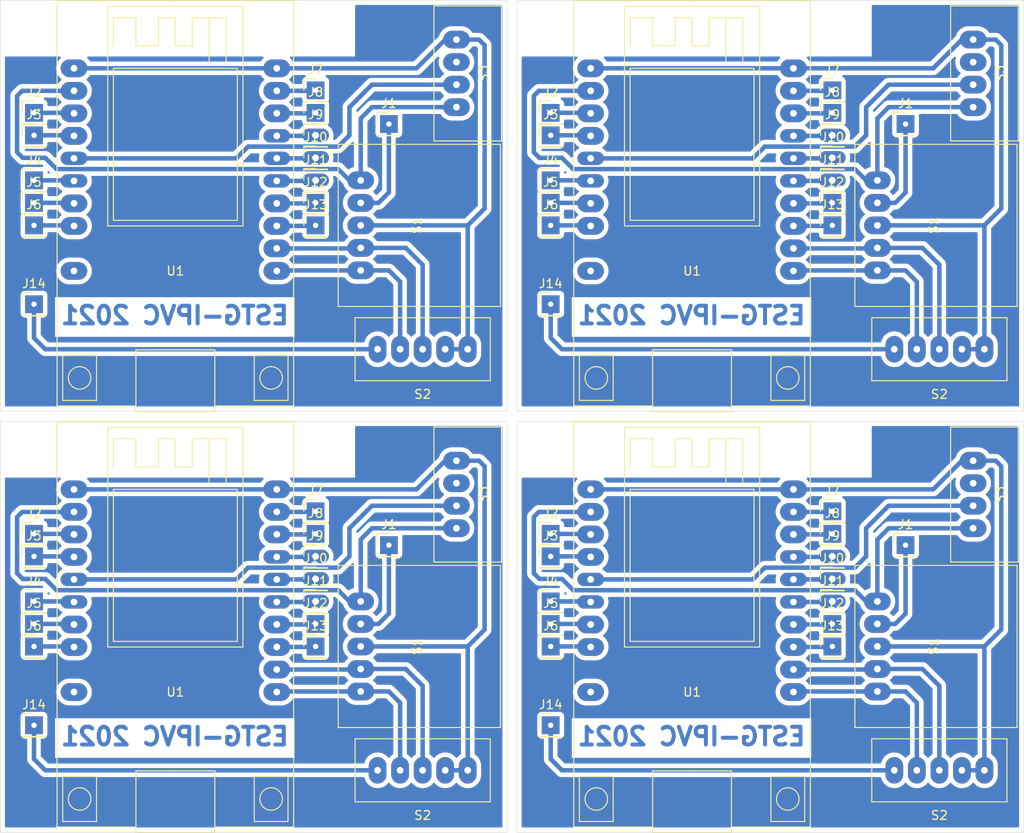
<source format=kicad_pcb>
(kicad_pcb (version 20171130) (host pcbnew 5.1.9+dfsg1-1~bpo10+1)
  (title_block (title IAQClassroom) (date 2021-06-18) (rev 0) (company "                                                                                     CT7AFR"))
  (layers (0 F.Cu signal) (31 B.Cu signal) (34 B.Paste user) (35 F.Paste user) (36 B.SilkS user) (37 F.SilkS user) (38 B.Mask user) (39 F.Mask user) (44 Edge.Cuts user))
  (net 0 "")
  (module Connector_PinHeader_2.54mm:PinHeader_1x01_P2.54mm_Vertical (layer F.Cu) (at 91.095 115.635)
    (fp_text reference J4 (at 0 -2.33) (layer F.SilkS))
    (fp_text value Conn_01x01_Female hide)
    (pad 1 thru_hole rect (at 0 0) (size 2 2) (drill 0.6) (layers *.Cu *.Mask))
  )
  (module Connector_PinHeader_2.54mm:PinHeader_1x01_P2.54mm_Vertical (layer F.Cu) (at 91.095 129.605)
    (fp_text reference J14 (at 0 -2.33) (layer F.SilkS))
    (fp_text value Conn_01x01_Female hide)
    (pad 1 thru_hole rect (at 0 0) (size 2 2) (drill 0.6) (layers *.Cu *.Mask))
  )
  (module v1:ESP32-LORA (layer F.Cu) (at 95.600001 102.995001)
    (fp_text reference U1 (at 11.43 22.86) (layer F.SilkS))
    (fp_text value ESP32-LORA)
    (pad 1 thru_hole oval (at 0 0 90) (size 2 3) (drill 0.762) (layers *.Cu *.Mask))
    (pad 2 thru_hole oval (at 0 2.54 90) (size 2 3) (drill 0.762) (layers *.Cu *.Mask))
    (pad 3 thru_hole oval (at 0 5.08 90) (size 2 3) (drill 0.762) (layers *.Cu *.Mask))
    (pad 4 thru_hole oval (at 0 7.62 90) (size 2 3) (drill 0.762) (layers *.Cu *.Mask))
    (pad 5 thru_hole oval (at 0 10.16 90) (size 1.5 3) (drill 0.762) (layers *.Cu *.Mask))
    (pad 6 thru_hole oval (at 0 12.7 90) (size 1.5 3) (drill 0.762) (layers *.Cu *.Mask))
    (pad 7 thru_hole oval (at 0 15.24 90) (size 2 3) (drill 0.762) (layers *.Cu *.Mask))
    (pad 8 thru_hole oval (at 0 17.78 90) (size 2 3) (drill 0.762) (layers *.Cu *.Mask))
    (pad 10 thru_hole oval (at 0 22.86 90) (size 2 3) (drill 0.762) (layers *.Cu *.Mask))
    (pad 11 thru_hole oval (at 22.86 22.86 90) (size 2 3) (drill 0.762) (layers *.Cu *.Mask))
    (pad 12 thru_hole oval (at 22.86 20.32 90) (size 2 3) (drill 0.762) (layers *.Cu *.Mask))
    (pad 13 thru_hole oval (at 22.86 17.78 90) (size 2 3) (drill 0.762) (layers *.Cu *.Mask))
    (pad 14 thru_hole oval (at 22.86 15.24 90) (size 2 3) (drill 0.762) (layers *.Cu *.Mask))
    (pad 15 thru_hole oval (at 22.86 12.7 90) (size 1.5 3) (drill 0.762) (layers *.Cu *.Mask))
    (pad 16 thru_hole oval (at 22.86 10.16 90) (size 1.5 3) (drill 0.762) (layers *.Cu *.Mask))
    (pad 17 thru_hole oval (at 22.86 7.62 90) (size 1.5 3) (drill 0.762) (layers *.Cu *.Mask))
    (pad 18 thru_hole oval (at 22.86 5.08 90) (size 2 3) (drill 0.762) (layers *.Cu *.Mask))
    (pad 19 thru_hole oval (at 22.86 2.54 90) (size 2 3) (drill 0.762) (layers *.Cu *.Mask))
    (pad 20 thru_hole oval (at 22.86 0 90) (size 2 3) (drill 0.762) (layers *.Cu *.Mask))
  )
  (module Connector_PinHeader_2.54mm:PinHeader_1x01_P2.54mm_Vertical (layer F.Cu) (at 122.845 108.015)
    (fp_text reference J8 (at 0 -2.33) (layer F.SilkS))
    (fp_text value Conn_01x01_Female hide)
    (pad 1 thru_hole rect (at 0 0) (size 2 2) (drill 0.6) (layers *.Cu *.Mask))
  )
  (module Connector_PinHeader_2.54mm:PinHeader_1x01_P2.54mm_Vertical (layer F.Cu) (at 122.845 118.175)
    (fp_text reference J12 (at 0 -2.33) (layer F.SilkS))
    (fp_text value Conn_01x01_Female hide)
    (pad 1 thru_hole rect (at 0 0) (size 2 2) (drill 0.6) (layers *.Cu *.Mask))
  )
  (module Connector_PinHeader_2.54mm:PinHeader_1x01_P2.54mm_Vertical (layer F.Cu) (at 91.095 118.175)
    (fp_text reference J5 (at 0 -2.33) (layer F.SilkS))
    (fp_text value Conn_01x01_Female hide)
    (pad 1 thru_hole rect (at 0 0) (size 2 2) (drill 0.6) (layers *.Cu *.Mask))
  )
  (module Connector_PinHeader_2.54mm:PinHeader_1x01_P2.54mm_Vertical (layer F.Cu) (at 122.845 113.095)
    (fp_text reference J10 (at 0 -2.33) (layer F.SilkS))
    (fp_text value Conn_01x01_Female hide)
    (pad 1 thru_hole oval (at 0 0 90) (size 1.5 3) (drill 0.762) (layers *.Cu *.Mask))
  )
  (module Connector_PinHeader_2.54mm:PinHeader_1x01_P2.54mm_Vertical (layer F.Cu) (at 91.095 120.715)
    (fp_text reference J6 (at 0 -2.33) (layer F.SilkS))
    (fp_text value Conn_01x01_Female hide)
    (pad 1 thru_hole rect (at 0 0) (size 2 2) (drill 0.6) (layers *.Cu *.Mask))
  )
  (module Connector_PinHeader_2.54mm:PinHeader_1x01_P2.54mm_Vertical (layer F.Cu) (at 91.095 110.555)
    (fp_text reference J3 (at 0 -2.33) (layer F.SilkS))
    (fp_text value Conn_01x01_Female hide)
    (pad 1 thru_hole rect (at 0 0) (size 2 2) (drill 0.6) (layers *.Cu *.Mask))
  )
  (module v1:SGP30 (layer F.Cu) (at 186.175 120.715 270)
    (fp_text reference S1 (at 0 -6.35 90) (layer F.SilkS))
    (fp_text value SGP30_Adafruit)
    (pad 5 thru_hole oval (at 5.08 0 270) (size 2 3) (drill 0.762) (layers *.Cu *.Mask))
    (pad 4 thru_hole oval (at 2.54 0 270) (size 2 3) (drill 0.762) (layers *.Cu *.Mask))
    (pad 3 thru_hole oval (at 0 0 270) (size 2 3) (drill 0.762) (layers *.Cu *.Mask))
    (pad 2 thru_hole oval (at -2.54 0 270) (size 2 3) (drill 0.762) (layers *.Cu *.Mask))
    (pad 1 thru_hole oval (at -5.08 0 270) (size 2 3) (drill 0.762) (layers *.Cu *.Mask))
  )
  (module v1:ESP32-LORA (layer F.Cu) (at 153.850001 102.995001)
    (fp_text reference U1 (at 11.43 22.86) (layer F.SilkS))
    (fp_text value ESP32-LORA)
    (pad 20 thru_hole oval (at 22.86 0 90) (size 2 3) (drill 0.762) (layers *.Cu *.Mask))
    (pad 19 thru_hole oval (at 22.86 2.54 90) (size 2 3) (drill 0.762) (layers *.Cu *.Mask))
    (pad 18 thru_hole oval (at 22.86 5.08 90) (size 2 3) (drill 0.762) (layers *.Cu *.Mask))
    (pad 17 thru_hole oval (at 22.86 7.62 90) (size 1.5 3) (drill 0.762) (layers *.Cu *.Mask))
    (pad 16 thru_hole oval (at 22.86 10.16 90) (size 1.5 3) (drill 0.762) (layers *.Cu *.Mask))
    (pad 15 thru_hole oval (at 22.86 12.7 90) (size 1.5 3) (drill 0.762) (layers *.Cu *.Mask))
    (pad 14 thru_hole oval (at 22.86 15.24 90) (size 2 3) (drill 0.762) (layers *.Cu *.Mask))
    (pad 13 thru_hole oval (at 22.86 17.78 90) (size 2 3) (drill 0.762) (layers *.Cu *.Mask))
    (pad 12 thru_hole oval (at 22.86 20.32 90) (size 2 3) (drill 0.762) (layers *.Cu *.Mask))
    (pad 11 thru_hole oval (at 22.86 22.86 90) (size 2 3) (drill 0.762) (layers *.Cu *.Mask))
    (pad 10 thru_hole oval (at 0 22.86 90) (size 2 3) (drill 0.762) (layers *.Cu *.Mask))
    (pad 8 thru_hole oval (at 0 17.78 90) (size 2 3) (drill 0.762) (layers *.Cu *.Mask))
    (pad 7 thru_hole oval (at 0 15.24 90) (size 2 3) (drill 0.762) (layers *.Cu *.Mask))
    (pad 6 thru_hole oval (at 0 12.7 90) (size 1.5 3) (drill 0.762) (layers *.Cu *.Mask))
    (pad 5 thru_hole oval (at 0 10.16 90) (size 1.5 3) (drill 0.762) (layers *.Cu *.Mask))
    (pad 4 thru_hole oval (at 0 7.62 90) (size 2 3) (drill 0.762) (layers *.Cu *.Mask))
    (pad 3 thru_hole oval (at 0 5.08 90) (size 2 3) (drill 0.762) (layers *.Cu *.Mask))
    (pad 2 thru_hole oval (at 0 2.54 90) (size 2 3) (drill 0.762) (layers *.Cu *.Mask))
    (pad 1 thru_hole oval (at 0 0 90) (size 2 3) (drill 0.762) (layers *.Cu *.Mask))
  )
  (module Connector_PinHeader_2.54mm:PinHeader_1x01_P2.54mm_Vertical (layer F.Cu) (at 181.095 108.015)
    (fp_text reference J8 (at 0 -2.33) (layer F.SilkS))
    (fp_text value Conn_01x01_Female hide)
    (pad 1 thru_hole rect (at 0 0) (size 2 2) (drill 0.6) (layers *.Cu *.Mask))
  )
  (module v1:SPS30 (layer F.Cu) (at 193.16 134.685)
    (fp_text reference S2 (at 0 5.08) (layer F.SilkS))
    (fp_text value SPS30)
    (pad 1 thru_hole oval (at -5.08 0) (size 2 3) (drill 0.762) (layers *.Cu *.Mask))
    (pad 2 thru_hole oval (at -2.54 0) (size 2 3) (drill 0.762) (layers *.Cu *.Mask))
    (pad 3 thru_hole oval (at 0 0) (size 2 3) (drill 0.762) (layers *.Cu *.Mask))
    (pad 4 thru_hole oval (at 2.54 0) (size 2 3) (drill 0.762) (layers *.Cu *.Mask))
    (pad 5 thru_hole oval (at 5.08 0) (size 2 3) (drill 0.762) (layers *.Cu *.Mask))
  )
  (module Connector_PinHeader_2.54mm:PinHeader_1x01_P2.54mm_Vertical (layer F.Cu) (at 181.095 120.715)
    (fp_text reference J13 (at 0 -2.33) (layer F.SilkS))
    (fp_text value Conn_01x01_Female hide)
    (pad 1 thru_hole rect (at 0 0) (size 2 2) (drill 0.6) (layers *.Cu *.Mask))
  )
  (module Connector_PinHeader_2.54mm:PinHeader_1x01_P2.54mm_Vertical (layer F.Cu) (at 149.345 108.015)
    (fp_text reference J2 (at 0 -2.33) (layer F.SilkS))
    (fp_text value Conn_01x01_Female hide)
    (pad 1 thru_hole rect (at 0 0) (size 2 2) (drill 0.6) (layers *.Cu *.Mask))
  )
  (module Connector_PinHeader_2.54mm:PinHeader_1x01_P2.54mm_Vertical (layer F.Cu) (at 181.095 105.475)
    (fp_text reference J7 (at 0 -2.33) (layer F.SilkS))
    (fp_text value Conn_01x01_Female hide)
    (pad 1 thru_hole rect (at 0 0) (size 2 2) (drill 0.6) (layers *.Cu *.Mask))
  )
  (module Connector_PinHeader_2.54mm:PinHeader_1x01_P2.54mm_Vertical (layer F.Cu) (at 181.095 115.635)
    (fp_text reference J11 (at 0 -2.33) (layer F.SilkS))
    (fp_text value Conn_01x01_Female hide)
    (pad 1 thru_hole oval (at 0 0 90) (size 1.5 3) (drill 0.762) (layers *.Cu *.Mask))
  )
  (module v1:DHT22 (layer F.Cu) (at 196.97 103.57 90)
    (fp_text reference S3 (at 0 3.048 90) (layer F.SilkS))
    (fp_text value DHT22)
    (pad 1 thru_hole oval (at -3.81 0 90) (size 2 3) (drill 0.762) (layers *.Cu *.Mask))
    (pad 2 thru_hole oval (at -1.27 0 90) (size 2 3) (drill 0.762) (layers *.Cu *.Mask))
    (pad 3 thru_hole oval (at 1.27 0 90) (size 2 3) (drill 0.762) (layers *.Cu *.Mask))
    (pad 4 thru_hole oval (at 3.81 0 90) (size 2 3) (drill 0.762) (layers *.Cu *.Mask))
  )
  (module Connector_PinHeader_2.54mm:PinHeader_1x01_P2.54mm_Vertical (layer F.Cu) (at 149.345 120.715)
    (fp_text reference J6 (at 0 -2.33) (layer F.SilkS))
    (fp_text value Conn_01x01_Female hide)
    (pad 1 thru_hole rect (at 0 0) (size 2 2) (drill 0.6) (layers *.Cu *.Mask))
  )
  (module Connector_PinHeader_2.54mm:PinHeader_1x01_P2.54mm_Vertical (layer F.Cu) (at 181.095 110.555)
    (fp_text reference J9 (at 0 -2.33) (layer F.SilkS))
    (fp_text value Conn_01x01_Female hide)
    (pad 1 thru_hole oval (at 0 0 90) (size 1.5 3) (drill 0.762) (layers *.Cu *.Mask))
  )
  (module Connector_PinHeader_2.54mm:PinHeader_1x01_P2.54mm_Vertical (layer F.Cu) (at 149.345 115.635)
    (fp_text reference J4 (at 0 -2.33) (layer F.SilkS))
    (fp_text value Conn_01x01_Female hide)
    (pad 1 thru_hole rect (at 0 0) (size 2 2) (drill 0.6) (layers *.Cu *.Mask))
  )
  (module Connector_PinHeader_2.54mm:PinHeader_1x01_P2.54mm_Vertical (layer F.Cu) (at 149.345 129.605)
    (fp_text reference J14 (at 0 -2.33) (layer F.SilkS))
    (fp_text value Conn_01x01_Female hide)
    (pad 1 thru_hole rect (at 0 0) (size 2 2) (drill 0.6) (layers *.Cu *.Mask))
  )
  (module Connector_PinHeader_2.54mm:PinHeader_1x01_P2.54mm_Vertical (layer F.Cu) (at 149.345 110.555)
    (fp_text reference J3 (at 0 -2.33) (layer F.SilkS))
    (fp_text value Conn_01x01_Female hide)
    (pad 1 thru_hole rect (at 0 0) (size 2 2) (drill 0.6) (layers *.Cu *.Mask))
  )
  (module Connector_PinHeader_2.54mm:PinHeader_1x01_P2.54mm_Vertical (layer F.Cu) (at 122.845 110.555)
    (fp_text reference J9 (at 0 -2.33) (layer F.SilkS))
    (fp_text value Conn_01x01_Female hide)
    (pad 1 thru_hole oval (at 0 0 90) (size 1.5 3) (drill 0.762) (layers *.Cu *.Mask))
  )
  (module Connector_PinHeader_2.54mm:PinHeader_1x01_P2.54mm_Vertical (layer F.Cu) (at 189.35 109.285)
    (fp_text reference J1 (at 0 -2.33) (layer F.SilkS))
    (fp_text value Conn_01x01_Female hide)
    (pad 1 thru_hole rect (at 0 0) (size 2 2) (drill 0.6) (layers *.Cu *.Mask))
  )
  (module Connector_PinHeader_2.54mm:PinHeader_1x01_P2.54mm_Vertical (layer F.Cu) (at 131.1 109.285)
    (fp_text reference J1 (at 0 -2.33) (layer F.SilkS))
    (fp_text value Conn_01x01_Female hide)
    (pad 1 thru_hole rect (at 0 0) (size 2 2) (drill 0.6) (layers *.Cu *.Mask))
  )
  (module Connector_PinHeader_2.54mm:PinHeader_1x01_P2.54mm_Vertical (layer F.Cu) (at 91.095 108.015)
    (fp_text reference J2 (at 0 -2.33) (layer F.SilkS))
    (fp_text value Conn_01x01_Female hide)
    (pad 1 thru_hole rect (at 0 0) (size 2 2) (drill 0.6) (layers *.Cu *.Mask))
  )
  (module v1:SGP30 (layer F.Cu) (at 127.925 120.715 270)
    (fp_text reference S1 (at 0 -6.35 90) (layer F.SilkS))
    (fp_text value SGP30_Adafruit)
    (pad 1 thru_hole oval (at -5.08 0 270) (size 2 3) (drill 0.762) (layers *.Cu *.Mask))
    (pad 2 thru_hole oval (at -2.54 0 270) (size 2 3) (drill 0.762) (layers *.Cu *.Mask))
    (pad 3 thru_hole oval (at 0 0 270) (size 2 3) (drill 0.762) (layers *.Cu *.Mask))
    (pad 4 thru_hole oval (at 2.54 0 270) (size 2 3) (drill 0.762) (layers *.Cu *.Mask))
    (pad 5 thru_hole oval (at 5.08 0 270) (size 2 3) (drill 0.762) (layers *.Cu *.Mask))
  )
  (module Connector_PinHeader_2.54mm:PinHeader_1x01_P2.54mm_Vertical (layer F.Cu) (at 122.845 105.475)
    (fp_text reference J7 (at 0 -2.33) (layer F.SilkS))
    (fp_text value Conn_01x01_Female hide)
    (pad 1 thru_hole rect (at 0 0) (size 2 2) (drill 0.6) (layers *.Cu *.Mask))
  )
  (module Connector_PinHeader_2.54mm:PinHeader_1x01_P2.54mm_Vertical (layer F.Cu) (at 122.845 115.635)
    (fp_text reference J11 (at 0 -2.33) (layer F.SilkS))
    (fp_text value Conn_01x01_Female hide)
    (pad 1 thru_hole oval (at 0 0 90) (size 1.5 3) (drill 0.762) (layers *.Cu *.Mask))
  )
  (module Connector_PinHeader_2.54mm:PinHeader_1x01_P2.54mm_Vertical (layer F.Cu) (at 181.095 118.175)
    (fp_text reference J12 (at 0 -2.33) (layer F.SilkS))
    (fp_text value Conn_01x01_Female hide)
    (pad 1 thru_hole rect (at 0 0) (size 2 2) (drill 0.6) (layers *.Cu *.Mask))
  )
  (module Connector_PinHeader_2.54mm:PinHeader_1x01_P2.54mm_Vertical (layer F.Cu) (at 149.345 118.175)
    (fp_text reference J5 (at 0 -2.33) (layer F.SilkS))
    (fp_text value Conn_01x01_Female hide)
    (pad 1 thru_hole rect (at 0 0) (size 2 2) (drill 0.6) (layers *.Cu *.Mask))
  )
  (module Connector_PinHeader_2.54mm:PinHeader_1x01_P2.54mm_Vertical (layer F.Cu) (at 181.095 113.095)
    (fp_text reference J10 (at 0 -2.33) (layer F.SilkS))
    (fp_text value Conn_01x01_Female hide)
    (pad 1 thru_hole oval (at 0 0 90) (size 1.5 3) (drill 0.762) (layers *.Cu *.Mask))
  )
  (module v1:DHT22 (layer F.Cu) (at 138.72 103.57 90)
    (fp_text reference S3 (at 0 3.048 90) (layer F.SilkS))
    (fp_text value DHT22)
    (pad 4 thru_hole oval (at 3.81 0 90) (size 2 3) (drill 0.762) (layers *.Cu *.Mask))
    (pad 3 thru_hole oval (at 1.27 0 90) (size 2 3) (drill 0.762) (layers *.Cu *.Mask))
    (pad 2 thru_hole oval (at -1.27 0 90) (size 2 3) (drill 0.762) (layers *.Cu *.Mask))
    (pad 1 thru_hole oval (at -3.81 0 90) (size 2 3) (drill 0.762) (layers *.Cu *.Mask))
  )
  (module v1:SPS30 (layer F.Cu) (at 134.91 134.685)
    (fp_text reference S2 (at 0 5.08) (layer F.SilkS))
    (fp_text value SPS30)
    (pad 5 thru_hole oval (at 5.08 0) (size 2 3) (drill 0.762) (layers *.Cu *.Mask))
    (pad 4 thru_hole oval (at 2.54 0) (size 2 3) (drill 0.762) (layers *.Cu *.Mask))
    (pad 3 thru_hole oval (at 0 0) (size 2 3) (drill 0.762) (layers *.Cu *.Mask))
    (pad 2 thru_hole oval (at -2.54 0) (size 2 3) (drill 0.762) (layers *.Cu *.Mask))
    (pad 1 thru_hole oval (at -5.08 0) (size 2 3) (drill 0.762) (layers *.Cu *.Mask))
  )
  (module Connector_PinHeader_2.54mm:PinHeader_1x01_P2.54mm_Vertical (layer F.Cu) (at 122.845 120.715)
    (fp_text reference J13 (at 0 -2.33) (layer F.SilkS))
    (fp_text value Conn_01x01_Female hide)
    (pad 1 thru_hole rect (at 0 0) (size 2 2) (drill 0.6) (layers *.Cu *.Mask))
  )
  (module Connector_PinHeader_2.54mm:PinHeader_1x01_P2.54mm_Vertical (layer F.Cu) (at 149.345 68.135)
    (fp_text reference J4 (at 0 -2.33) (layer F.SilkS))
    (fp_text value Conn_01x01_Female hide)
    (pad 1 thru_hole rect (at 0 0) (size 2 2) (drill 0.6) (layers *.Cu *.Mask))
  )
  (module Connector_PinHeader_2.54mm:PinHeader_1x01_P2.54mm_Vertical (layer F.Cu) (at 149.345 82.105)
    (fp_text reference J14 (at 0 -2.33) (layer F.SilkS))
    (fp_text value Conn_01x01_Female hide)
    (pad 1 thru_hole rect (at 0 0) (size 2 2) (drill 0.6) (layers *.Cu *.Mask))
  )
  (module v1:ESP32-LORA (layer F.Cu) (at 153.850001 55.495001)
    (fp_text reference U1 (at 11.43 22.86) (layer F.SilkS))
    (fp_text value ESP32-LORA)
    (pad 1 thru_hole oval (at 0 0 90) (size 2 3) (drill 0.762) (layers *.Cu *.Mask))
    (pad 2 thru_hole oval (at 0 2.54 90) (size 2 3) (drill 0.762) (layers *.Cu *.Mask))
    (pad 3 thru_hole oval (at 0 5.08 90) (size 2 3) (drill 0.762) (layers *.Cu *.Mask))
    (pad 4 thru_hole oval (at 0 7.62 90) (size 2 3) (drill 0.762) (layers *.Cu *.Mask))
    (pad 5 thru_hole oval (at 0 10.16 90) (size 1.5 3) (drill 0.762) (layers *.Cu *.Mask))
    (pad 6 thru_hole oval (at 0 12.7 90) (size 1.5 3) (drill 0.762) (layers *.Cu *.Mask))
    (pad 7 thru_hole oval (at 0 15.24 90) (size 2 3) (drill 0.762) (layers *.Cu *.Mask))
    (pad 8 thru_hole oval (at 0 17.78 90) (size 2 3) (drill 0.762) (layers *.Cu *.Mask))
    (pad 10 thru_hole oval (at 0 22.86 90) (size 2 3) (drill 0.762) (layers *.Cu *.Mask))
    (pad 11 thru_hole oval (at 22.86 22.86 90) (size 2 3) (drill 0.762) (layers *.Cu *.Mask))
    (pad 12 thru_hole oval (at 22.86 20.32 90) (size 2 3) (drill 0.762) (layers *.Cu *.Mask))
    (pad 13 thru_hole oval (at 22.86 17.78 90) (size 2 3) (drill 0.762) (layers *.Cu *.Mask))
    (pad 14 thru_hole oval (at 22.86 15.24 90) (size 2 3) (drill 0.762) (layers *.Cu *.Mask))
    (pad 15 thru_hole oval (at 22.86 12.7 90) (size 1.5 3) (drill 0.762) (layers *.Cu *.Mask))
    (pad 16 thru_hole oval (at 22.86 10.16 90) (size 1.5 3) (drill 0.762) (layers *.Cu *.Mask))
    (pad 17 thru_hole oval (at 22.86 7.62 90) (size 1.5 3) (drill 0.762) (layers *.Cu *.Mask))
    (pad 18 thru_hole oval (at 22.86 5.08 90) (size 2 3) (drill 0.762) (layers *.Cu *.Mask))
    (pad 19 thru_hole oval (at 22.86 2.54 90) (size 2 3) (drill 0.762) (layers *.Cu *.Mask))
    (pad 20 thru_hole oval (at 22.86 0 90) (size 2 3) (drill 0.762) (layers *.Cu *.Mask))
  )
  (module Connector_PinHeader_2.54mm:PinHeader_1x01_P2.54mm_Vertical (layer F.Cu) (at 181.095 60.515)
    (fp_text reference J8 (at 0 -2.33) (layer F.SilkS))
    (fp_text value Conn_01x01_Female hide)
    (pad 1 thru_hole rect (at 0 0) (size 2 2) (drill 0.6) (layers *.Cu *.Mask))
  )
  (module Connector_PinHeader_2.54mm:PinHeader_1x01_P2.54mm_Vertical (layer F.Cu) (at 181.095 70.675)
    (fp_text reference J12 (at 0 -2.33) (layer F.SilkS))
    (fp_text value Conn_01x01_Female hide)
    (pad 1 thru_hole rect (at 0 0) (size 2 2) (drill 0.6) (layers *.Cu *.Mask))
  )
  (module Connector_PinHeader_2.54mm:PinHeader_1x01_P2.54mm_Vertical (layer F.Cu) (at 149.345 70.675)
    (fp_text reference J5 (at 0 -2.33) (layer F.SilkS))
    (fp_text value Conn_01x01_Female hide)
    (pad 1 thru_hole rect (at 0 0) (size 2 2) (drill 0.6) (layers *.Cu *.Mask))
  )
  (module Connector_PinHeader_2.54mm:PinHeader_1x01_P2.54mm_Vertical (layer F.Cu) (at 181.095 65.595)
    (fp_text reference J10 (at 0 -2.33) (layer F.SilkS))
    (fp_text value Conn_01x01_Female hide)
    (pad 1 thru_hole oval (at 0 0 90) (size 1.5 3) (drill 0.762) (layers *.Cu *.Mask))
  )
  (module Connector_PinHeader_2.54mm:PinHeader_1x01_P2.54mm_Vertical (layer F.Cu) (at 149.345 73.215)
    (fp_text reference J6 (at 0 -2.33) (layer F.SilkS))
    (fp_text value Conn_01x01_Female hide)
    (pad 1 thru_hole rect (at 0 0) (size 2 2) (drill 0.6) (layers *.Cu *.Mask))
  )
  (module Connector_PinHeader_2.54mm:PinHeader_1x01_P2.54mm_Vertical (layer F.Cu) (at 149.345 63.055)
    (fp_text reference J3 (at 0 -2.33) (layer F.SilkS))
    (fp_text value Conn_01x01_Female hide)
    (pad 1 thru_hole rect (at 0 0) (size 2 2) (drill 0.6) (layers *.Cu *.Mask))
  )
  (module Connector_PinHeader_2.54mm:PinHeader_1x01_P2.54mm_Vertical (layer F.Cu) (at 181.095 63.055)
    (fp_text reference J9 (at 0 -2.33) (layer F.SilkS))
    (fp_text value Conn_01x01_Female hide)
    (pad 1 thru_hole oval (at 0 0 90) (size 1.5 3) (drill 0.762) (layers *.Cu *.Mask))
  )
  (module Connector_PinHeader_2.54mm:PinHeader_1x01_P2.54mm_Vertical (layer F.Cu) (at 189.35 61.785)
    (fp_text reference J1 (at 0 -2.33) (layer F.SilkS))
    (fp_text value Conn_01x01_Female hide)
    (pad 1 thru_hole rect (at 0 0) (size 2 2) (drill 0.6) (layers *.Cu *.Mask))
  )
  (module Connector_PinHeader_2.54mm:PinHeader_1x01_P2.54mm_Vertical (layer F.Cu) (at 149.345 60.515)
    (fp_text reference J2 (at 0 -2.33) (layer F.SilkS))
    (fp_text value Conn_01x01_Female hide)
    (pad 1 thru_hole rect (at 0 0) (size 2 2) (drill 0.6) (layers *.Cu *.Mask))
  )
  (module v1:SGP30 (layer F.Cu) (at 186.175 73.215 270)
    (fp_text reference S1 (at 0 -6.35 90) (layer F.SilkS))
    (fp_text value SGP30_Adafruit)
    (pad 1 thru_hole oval (at -5.08 0 270) (size 2 3) (drill 0.762) (layers *.Cu *.Mask))
    (pad 2 thru_hole oval (at -2.54 0 270) (size 2 3) (drill 0.762) (layers *.Cu *.Mask))
    (pad 3 thru_hole oval (at 0 0 270) (size 2 3) (drill 0.762) (layers *.Cu *.Mask))
    (pad 4 thru_hole oval (at 2.54 0 270) (size 2 3) (drill 0.762) (layers *.Cu *.Mask))
    (pad 5 thru_hole oval (at 5.08 0 270) (size 2 3) (drill 0.762) (layers *.Cu *.Mask))
  )
  (module Connector_PinHeader_2.54mm:PinHeader_1x01_P2.54mm_Vertical (layer F.Cu) (at 181.095 57.975)
    (fp_text reference J7 (at 0 -2.33) (layer F.SilkS))
    (fp_text value Conn_01x01_Female hide)
    (pad 1 thru_hole rect (at 0 0) (size 2 2) (drill 0.6) (layers *.Cu *.Mask))
  )
  (module Connector_PinHeader_2.54mm:PinHeader_1x01_P2.54mm_Vertical (layer F.Cu) (at 181.095 68.135)
    (fp_text reference J11 (at 0 -2.33) (layer F.SilkS))
    (fp_text value Conn_01x01_Female hide)
    (pad 1 thru_hole oval (at 0 0 90) (size 1.5 3) (drill 0.762) (layers *.Cu *.Mask))
  )
  (module v1:DHT22 (layer F.Cu) (at 196.97 56.07 90)
    (fp_text reference S3 (at 0 3.048 90) (layer F.SilkS))
    (fp_text value DHT22)
    (pad 4 thru_hole oval (at 3.81 0 90) (size 2 3) (drill 0.762) (layers *.Cu *.Mask))
    (pad 3 thru_hole oval (at 1.27 0 90) (size 2 3) (drill 0.762) (layers *.Cu *.Mask))
    (pad 2 thru_hole oval (at -1.27 0 90) (size 2 3) (drill 0.762) (layers *.Cu *.Mask))
    (pad 1 thru_hole oval (at -3.81 0 90) (size 2 3) (drill 0.762) (layers *.Cu *.Mask))
  )
  (module v1:SPS30 (layer F.Cu) (at 193.16 87.185)
    (fp_text reference S2 (at 0 5.08) (layer F.SilkS))
    (fp_text value SPS30)
    (pad 5 thru_hole oval (at 5.08 0) (size 2 3) (drill 0.762) (layers *.Cu *.Mask))
    (pad 4 thru_hole oval (at 2.54 0) (size 2 3) (drill 0.762) (layers *.Cu *.Mask))
    (pad 3 thru_hole oval (at 0 0) (size 2 3) (drill 0.762) (layers *.Cu *.Mask))
    (pad 2 thru_hole oval (at -2.54 0) (size 2 3) (drill 0.762) (layers *.Cu *.Mask))
    (pad 1 thru_hole oval (at -5.08 0) (size 2 3) (drill 0.762) (layers *.Cu *.Mask))
  )
  (module Connector_PinHeader_2.54mm:PinHeader_1x01_P2.54mm_Vertical (layer F.Cu) (at 181.095 73.215)
    (fp_text reference J13 (at 0 -2.33) (layer F.SilkS))
    (fp_text value Conn_01x01_Female hide)
    (pad 1 thru_hole rect (at 0 0) (size 2 2) (drill 0.6) (layers *.Cu *.Mask))
  )
  (module Connector_PinHeader_2.54mm:PinHeader_1x01_P2.54mm_Vertical (layer F.Cu) (at 122.845 65.595)
    (fp_text reference J10 (at 0 -2.33) (layer F.SilkS))
    (fp_text value Conn_01x01_Female hide)
    (pad 1 thru_hole oval (at 0 0 90) (size 1.5 3) (drill 0.762) (layers *.Cu *.Mask))
  )
  (module Connector_PinHeader_2.54mm:PinHeader_1x01_P2.54mm_Vertical (layer F.Cu) (at 131.1 61.785)
    (fp_text reference J1 (at 0 -2.33) (layer F.SilkS))
    (fp_text value Conn_01x01_Female hide)
    (pad 1 thru_hole rect (at 0 0) (size 2 2) (drill 0.6) (layers *.Cu *.Mask))
  )
  (module Connector_PinHeader_2.54mm:PinHeader_1x01_P2.54mm_Vertical (layer F.Cu) (at 122.845 57.975)
    (fp_text reference J7 (at 0 -2.33) (layer F.SilkS))
    (fp_text value Conn_01x01_Female hide)
    (pad 1 thru_hole rect (at 0 0) (size 2 2) (drill 0.6) (layers *.Cu *.Mask))
  )
  (module v1:SGP30 (layer F.Cu) (at 127.925 73.215 270)
    (fp_text reference S1 (at 0 -6.35 90) (layer F.SilkS))
    (fp_text value SGP30_Adafruit)
    (pad 5 thru_hole oval (at 5.08 0 270) (size 2 3) (drill 0.762) (layers *.Cu *.Mask))
    (pad 4 thru_hole oval (at 2.54 0 270) (size 2 3) (drill 0.762) (layers *.Cu *.Mask))
    (pad 3 thru_hole oval (at 0 0 270) (size 2 3) (drill 0.762) (layers *.Cu *.Mask))
    (pad 2 thru_hole oval (at -2.54 0 270) (size 2 3) (drill 0.762) (layers *.Cu *.Mask))
    (pad 1 thru_hole oval (at -5.08 0 270) (size 2 3) (drill 0.762) (layers *.Cu *.Mask))
  )
  (module v1:DHT22 (layer F.Cu) (at 138.72 56.07 90)
    (fp_text reference S3 (at 0 3.048 90) (layer F.SilkS))
    (fp_text value DHT22)
    (pad 1 thru_hole oval (at -3.81 0 90) (size 2 3) (drill 0.762) (layers *.Cu *.Mask))
    (pad 2 thru_hole oval (at -1.27 0 90) (size 2 3) (drill 0.762) (layers *.Cu *.Mask))
    (pad 3 thru_hole oval (at 1.27 0 90) (size 2 3) (drill 0.762) (layers *.Cu *.Mask))
    (pad 4 thru_hole oval (at 3.81 0 90) (size 2 3) (drill 0.762) (layers *.Cu *.Mask))
  )
  (module v1:SPS30 (layer F.Cu) (at 134.91 87.185)
    (fp_text reference S2 (at 0 5.08) (layer F.SilkS))
    (fp_text value SPS30)
    (pad 1 thru_hole oval (at -5.08 0) (size 2 3) (drill 0.762) (layers *.Cu *.Mask))
    (pad 2 thru_hole oval (at -2.54 0) (size 2 3) (drill 0.762) (layers *.Cu *.Mask))
    (pad 3 thru_hole oval (at 0 0) (size 2 3) (drill 0.762) (layers *.Cu *.Mask))
    (pad 4 thru_hole oval (at 2.54 0) (size 2 3) (drill 0.762) (layers *.Cu *.Mask))
    (pad 5 thru_hole oval (at 5.08 0) (size 2 3) (drill 0.762) (layers *.Cu *.Mask))
  )
  (module Connector_PinHeader_2.54mm:PinHeader_1x01_P2.54mm_Vertical (layer F.Cu) (at 122.845 73.215)
    (fp_text reference J13 (at 0 -2.33) (layer F.SilkS))
    (fp_text value Conn_01x01_Female hide)
    (pad 1 thru_hole rect (at 0 0) (size 2 2) (drill 0.6) (layers *.Cu *.Mask))
  )
  (module Connector_PinHeader_2.54mm:PinHeader_1x01_P2.54mm_Vertical (layer F.Cu) (at 122.845 63.055)
    (fp_text reference J9 (at 0 -2.33) (layer F.SilkS))
    (fp_text value Conn_01x01_Female hide)
    (pad 1 thru_hole oval (at 0 0 90) (size 1.5 3) (drill 0.762) (layers *.Cu *.Mask))
  )
  (module Connector_PinHeader_2.54mm:PinHeader_1x01_P2.54mm_Vertical (layer F.Cu) (at 91.095 68.135)
    (fp_text reference J4 (at 0 -2.33) (layer F.SilkS))
    (fp_text value Conn_01x01_Female hide)
    (pad 1 thru_hole rect (at 0 0) (size 2 2) (drill 0.6) (layers *.Cu *.Mask))
  )
  (module Connector_PinHeader_2.54mm:PinHeader_1x01_P2.54mm_Vertical (layer F.Cu) (at 122.845 60.515)
    (fp_text reference J8 (at 0 -2.33) (layer F.SilkS))
    (fp_text value Conn_01x01_Female hide)
    (pad 1 thru_hole rect (at 0 0) (size 2 2) (drill 0.6) (layers *.Cu *.Mask))
  )
  (module Connector_PinHeader_2.54mm:PinHeader_1x01_P2.54mm_Vertical (layer F.Cu) (at 91.095 73.215)
    (fp_text reference J6 (at 0 -2.33) (layer F.SilkS))
    (fp_text value Conn_01x01_Female hide)
    (pad 1 thru_hole rect (at 0 0) (size 2 2) (drill 0.6) (layers *.Cu *.Mask))
  )
  (module v1:ESP32-LORA (layer F.Cu) (at 95.600001 55.495001)
    (fp_text reference U1 (at 11.43 22.86) (layer F.SilkS))
    (fp_text value ESP32-LORA)
    (pad 20 thru_hole oval (at 22.86 0 90) (size 2 3) (drill 0.762) (layers *.Cu *.Mask))
    (pad 19 thru_hole oval (at 22.86 2.54 90) (size 2 3) (drill 0.762) (layers *.Cu *.Mask))
    (pad 18 thru_hole oval (at 22.86 5.08 90) (size 2 3) (drill 0.762) (layers *.Cu *.Mask))
    (pad 17 thru_hole oval (at 22.86 7.62 90) (size 1.5 3) (drill 0.762) (layers *.Cu *.Mask))
    (pad 16 thru_hole oval (at 22.86 10.16 90) (size 1.5 3) (drill 0.762) (layers *.Cu *.Mask))
    (pad 15 thru_hole oval (at 22.86 12.7 90) (size 1.5 3) (drill 0.762) (layers *.Cu *.Mask))
    (pad 14 thru_hole oval (at 22.86 15.24 90) (size 2 3) (drill 0.762) (layers *.Cu *.Mask))
    (pad 13 thru_hole oval (at 22.86 17.78 90) (size 2 3) (drill 0.762) (layers *.Cu *.Mask))
    (pad 12 thru_hole oval (at 22.86 20.32 90) (size 2 3) (drill 0.762) (layers *.Cu *.Mask))
    (pad 11 thru_hole oval (at 22.86 22.86 90) (size 2 3) (drill 0.762) (layers *.Cu *.Mask))
    (pad 10 thru_hole oval (at 0 22.86 90) (size 2 3) (drill 0.762) (layers *.Cu *.Mask))
    (pad 8 thru_hole oval (at 0 17.78 90) (size 2 3) (drill 0.762) (layers *.Cu *.Mask))
    (pad 7 thru_hole oval (at 0 15.24 90) (size 2 3) (drill 0.762) (layers *.Cu *.Mask))
    (pad 6 thru_hole oval (at 0 12.7 90) (size 1.5 3) (drill 0.762) (layers *.Cu *.Mask))
    (pad 5 thru_hole oval (at 0 10.16 90) (size 1.5 3) (drill 0.762) (layers *.Cu *.Mask))
    (pad 4 thru_hole oval (at 0 7.62 90) (size 2 3) (drill 0.762) (layers *.Cu *.Mask))
    (pad 3 thru_hole oval (at 0 5.08 90) (size 2 3) (drill 0.762) (layers *.Cu *.Mask))
    (pad 2 thru_hole oval (at 0 2.54 90) (size 2 3) (drill 0.762) (layers *.Cu *.Mask))
    (pad 1 thru_hole oval (at 0 0 90) (size 2 3) (drill 0.762) (layers *.Cu *.Mask))
  )
  (module Connector_PinHeader_2.54mm:PinHeader_1x01_P2.54mm_Vertical (layer F.Cu) (at 91.095 70.675)
    (fp_text reference J5 (at 0 -2.33) (layer F.SilkS))
    (fp_text value Conn_01x01_Female hide)
    (pad 1 thru_hole rect (at 0 0) (size 2 2) (drill 0.6) (layers *.Cu *.Mask))
  )
  (module Connector_PinHeader_2.54mm:PinHeader_1x01_P2.54mm_Vertical (layer F.Cu) (at 91.095 60.515)
    (fp_text reference J2 (at 0 -2.33) (layer F.SilkS))
    (fp_text value Conn_01x01_Female hide)
    (pad 1 thru_hole rect (at 0 0) (size 2 2) (drill 0.6) (layers *.Cu *.Mask))
  )
  (module Connector_PinHeader_2.54mm:PinHeader_1x01_P2.54mm_Vertical (layer F.Cu) (at 122.845 70.675)
    (fp_text reference J12 (at 0 -2.33) (layer F.SilkS))
    (fp_text value Conn_01x01_Female hide)
    (pad 1 thru_hole rect (at 0 0) (size 2 2) (drill 0.6) (layers *.Cu *.Mask))
  )
  (module Connector_PinHeader_2.54mm:PinHeader_1x01_P2.54mm_Vertical (layer F.Cu) (at 91.095 82.105)
    (fp_text reference J14 (at 0 -2.33) (layer F.SilkS))
    (fp_text value Conn_01x01_Female hide)
    (pad 1 thru_hole rect (at 0 0) (size 2 2) (drill 0.6) (layers *.Cu *.Mask))
  )
  (module Connector_PinHeader_2.54mm:PinHeader_1x01_P2.54mm_Vertical (layer F.Cu) (at 91.095 63.055)
    (fp_text reference J3 (at 0 -2.33) (layer F.SilkS))
    (fp_text value Conn_01x01_Female hide)
    (pad 1 thru_hole rect (at 0 0) (size 2 2) (drill 0.6) (layers *.Cu *.Mask))
  )
  (module Connector_PinHeader_2.54mm:PinHeader_1x01_P2.54mm_Vertical (layer F.Cu) (at 122.845 68.135)
    (fp_text reference J11 (at 0 -2.33) (layer F.SilkS))
    (fp_text value Conn_01x01_Female hide)
    (pad 1 thru_hole oval (at 0 0 90) (size 1.5 3) (drill 0.762) (layers *.Cu *.Mask))
  )
  (gr_text "ESTG-IPVC 2021" (at 106.97 130.875) (layer B.Cu) (effects (font (size 2 2) (thickness 0.45)) (justify mirror)))
  (gr_line (start 144.435 95.315) (end 144.435 137.225) (layer Edge.Cuts) (width 0.05))
  (gr_line (start 202.685 141.67) (end 145.535 141.67) (layer Edge.Cuts) (width 0.05))
  (gr_text "ESTG-IPVC 2021" (at 165.22 130.875) (layer B.Cu) (effects (font (size 2 2) (thickness 0.45)) (justify mirror)))
  (gr_line (start 202.685 95.315) (end 202.685 137.225) (layer Edge.Cuts) (width 0.05))
  (gr_line (start 145.535 137.225) (end 145.535 95.315) (layer Edge.Cuts) (width 0.05))
  (gr_line (start 145.535 95.315) (end 202.685 95.315) (layer Edge.Cuts) (width 0.05))
  (gr_line (start 145.535 141.67) (end 145.535 137.225) (layer Edge.Cuts) (width 0.05))
  (gr_line (start 202.685 137.225) (end 202.685 141.67) (layer Edge.Cuts) (width 0.05))
  (gr_line (start 87.285 137.225) (end 87.285 95.315) (layer Edge.Cuts) (width 0.05))
  (gr_line (start 87.285 95.315) (end 144.435 95.315) (layer Edge.Cuts) (width 0.05))
  (gr_line (start 87.285 141.67) (end 87.285 137.225) (layer Edge.Cuts) (width 0.05))
  (gr_line (start 144.435 137.225) (end 144.435 141.67) (layer Edge.Cuts) (width 0.05))
  (gr_line (start 144.435 141.67) (end 87.285 141.67) (layer Edge.Cuts) (width 0.05))
  (gr_text "ESTG-IPVC 2021" (at 165.22 83.375) (layer B.Cu) (effects (font (size 2 2) (thickness 0.45)) (justify mirror)))
  (gr_line (start 202.685 47.815) (end 202.685 89.725) (layer Edge.Cuts) (width 0.05))
  (gr_line (start 145.535 89.725) (end 145.535 47.815) (layer Edge.Cuts) (width 0.05))
  (gr_line (start 145.535 47.815) (end 202.685 47.815) (layer Edge.Cuts) (width 0.05))
  (gr_line (start 145.535 94.17) (end 145.535 89.725) (layer Edge.Cuts) (width 0.05))
  (gr_line (start 202.685 89.725) (end 202.685 94.17) (layer Edge.Cuts) (width 0.05))
  (gr_line (start 202.685 94.17) (end 145.535 94.17) (layer Edge.Cuts) (width 0.05))
  (gr_text "ESTG-IPVC 2021" (at 106.97 83.375) (layer B.Cu) (effects (font (size 2 2) (thickness 0.45)) (justify mirror)))
  (gr_line (start 144.435 47.815) (end 144.435 89.725) (layer Edge.Cuts) (width 0.05))
  (gr_line (start 144.435 94.17) (end 87.285 94.17) (layer Edge.Cuts) (width 0.05))
  (gr_line (start 144.435 89.725) (end 144.435 94.17) (layer Edge.Cuts) (width 0.05))
  (gr_line (start 87.285 94.17) (end 87.285 89.725) (layer Edge.Cuts) (width 0.05))
  (gr_line (start 87.285 47.815) (end 144.435 47.815) (layer Edge.Cuts) (width 0.05))
  (gr_line (start 87.285 89.725) (end 87.285 47.815) (layer Edge.Cuts) (width 0.05))
  (segment (start 137.45 52.26) (end 138.72 52.26) (width 0.508) (layer B.Cu) (net 0))
  (segment (start 91.095 63.055) (end 95.54 63.055) (width 0.508) (layer B.Cu) (net 0))
  (segment (start 118.520002 78.295) (end 118.460001 78.355001) (width 0.508) (layer B.Cu) (net 0))
  (segment (start 95.54 60.515) (end 95.600001 60.575001) (width 0.508) (layer B.Cu) (net 0))
  (segment (start 91.095 60.515) (end 95.54 60.515) (width 0.508) (layer B.Cu) (net 0))
  (segment (start 118.460001 63.115001) (end 122.784999 63.115001) (width 0.508) (layer B.Cu) (net 0))
  (segment (start 118.460001 70.735001) (end 122.784999 70.735001) (width 0.508) (layer B.Cu) (net 0))
  (segment (start 122.784999 58.035001) (end 122.845 57.975) (width 0.508) (layer B.Cu) (net 0))
  (segment (start 122.784999 60.575001) (end 122.845 60.515) (width 0.508) (layer B.Cu) (net 0))
  (segment (start 137.45 87.185) (end 139.99 87.185) (width 0.508) (layer B.Cu) (net 0))
  (segment (start 126.655 63.055) (end 126.655 59.88) (width 0.508) (layer B.Cu) (net 0))
  (segment (start 95.54 73.215) (end 95.600001 73.275001) (width 0.508) (layer B.Cu) (net 0))
  (segment (start 89.764999 58.035001) (end 95.600001 58.035001) (width 0.508) (layer B.Cu) (net 0))
  (segment (start 118.460001 60.575001) (end 122.784999 60.575001) (width 0.508) (layer B.Cu) (net 0))
  (segment (start 118.460001 68.195001) (end 122.784999 68.195001) (width 0.508) (layer B.Cu) (net 0))
  (segment (start 122.784999 63.115001) (end 122.845 63.055) (width 0.508) (layer B.Cu) (net 0))
  (segment (start 122.784999 65.655001) (end 122.845 65.595) (width 0.508) (layer B.Cu) (net 0))
  (segment (start 139.99 87.185) (end 139.99 73.215) (width 0.508) (layer B.Cu) (net 0))
  (segment (start 95.54 63.055) (end 95.600001 63.115001) (width 0.508) (layer B.Cu) (net 0))
  (segment (start 118.460001 73.275001) (end 122.784999 73.275001) (width 0.508) (layer B.Cu) (net 0))
  (segment (start 127.925 61.15) (end 129.195 59.88) (width 0.508) (layer B.Cu) (net 0))
  (segment (start 131.1 69.508) (end 131.1 61.785) (width 0.508) (layer B.Cu) (net 0))
  (segment (start 113.894999 65.655001) (end 115.225 64.325) (width 0.508) (layer B.Cu) (net 0))
  (segment (start 126.655 68.135) (end 125.385 66.865) (width 0.508) (layer B.Cu) (net 0))
  (segment (start 89.19 64.96) (end 89.19 58.61) (width 0.508) (layer B.Cu) (net 0))
  (segment (start 131.1 78.295) (end 127.925 78.295) (width 0.508) (layer B.Cu) (net 0))
  (segment (start 132.37 79.565) (end 131.1 78.295) (width 0.508) (layer B.Cu) (net 0))
  (segment (start 95.54 68.135) (end 95.600001 68.195001) (width 0.508) (layer B.Cu) (net 0))
  (segment (start 95.54 70.675) (end 95.600001 70.735001) (width 0.508) (layer B.Cu) (net 0))
  (segment (start 92.365 65.595) (end 89.825 65.595) (width 0.508) (layer B.Cu) (net 0))
  (segment (start 91.095 68.135) (end 95.54 68.135) (width 0.508) (layer B.Cu) (net 0))
  (segment (start 91.095 73.215) (end 95.54 73.215) (width 0.508) (layer B.Cu) (net 0))
  (segment (start 89.19 58.61) (end 89.764999 58.035001) (width 0.508) (layer B.Cu) (net 0))
  (segment (start 125.385 66.865) (end 93.635 66.865) (width 0.508) (layer B.Cu) (net 0))
  (segment (start 115.225 64.325) (end 125.385 64.325) (width 0.508) (layer B.Cu) (net 0))
  (segment (start 127.925 78.295) (end 118.520002 78.295) (width 0.508) (layer B.Cu) (net 0))
  (segment (start 129.83 87.185) (end 92.365 87.185) (width 0.508) (layer B.Cu) (net 0))
  (segment (start 139.99 73.215) (end 141.895 71.31) (width 0.508) (layer B.Cu) (net 0))
  (segment (start 91.095 85.915) (end 91.095 82.105) (width 0.508) (layer B.Cu) (net 0))
  (segment (start 127.925 68.135) (end 127.925 61.15) (width 0.508) (layer B.Cu) (net 0))
  (segment (start 89.825 65.595) (end 89.19 64.96) (width 0.508) (layer B.Cu) (net 0))
  (segment (start 133.005 75.755) (end 127.925 75.755) (width 0.508) (layer B.Cu) (net 0))
  (segment (start 118.460001 55.495001) (end 134.214999 55.495001) (width 0.508) (layer B.Cu) (net 0))
  (segment (start 141.895 52.895) (end 141.26 52.26) (width 0.508) (layer B.Cu) (net 0))
  (segment (start 125.385 64.325) (end 126.655 63.055) (width 0.508) (layer B.Cu) (net 0))
  (segment (start 118.460001 75.815001) (end 127.864999 75.815001) (width 0.508) (layer B.Cu) (net 0))
  (segment (start 118.460001 65.655001) (end 122.784999 65.655001) (width 0.508) (layer B.Cu) (net 0))
  (segment (start 134.91 77.66) (end 133.005 75.755) (width 0.508) (layer B.Cu) (net 0))
  (segment (start 127.925 70.675) (end 129.933 70.675) (width 0.508) (layer B.Cu) (net 0))
  (segment (start 91.095 70.675) (end 95.54 70.675) (width 0.508) (layer B.Cu) (net 0))
  (segment (start 134.214999 55.495001) (end 137.45 52.26) (width 0.508) (layer B.Cu) (net 0))
  (segment (start 92.365 87.185) (end 91.095 85.915) (width 0.508) (layer B.Cu) (net 0))
  (segment (start 141.895 71.31) (end 141.895 52.895) (width 0.508) (layer B.Cu) (net 0))
  (segment (start 129.195 59.88) (end 138.72 59.88) (width 0.508) (layer B.Cu) (net 0))
  (segment (start 129.195 57.34) (end 126.655 59.88) (width 0.508) (layer B.Cu) (net 0))
  (segment (start 93.635 66.865) (end 92.365 65.595) (width 0.508) (layer B.Cu) (net 0))
  (segment (start 122.784999 68.195001) (end 122.845 68.135) (width 0.508) (layer B.Cu) (net 0))
  (segment (start 134.91 87.185) (end 134.91 77.66) (width 0.508) (layer B.Cu) (net 0))
  (segment (start 127.864999 75.815001) (end 127.925 75.755) (width 0.508) (layer B.Cu) (net 0))
  (segment (start 127.925 73.215) (end 139.99 73.215) (width 0.508) (layer B.Cu) (net 0))
  (segment (start 95.600001 55.495001) (end 118.460001 55.495001) (width 0.508) (layer B.Cu) (net 0))
  (segment (start 129.933 70.675) (end 131.1 69.508) (width 0.508) (layer B.Cu) (net 0))
  (segment (start 122.784999 70.735001) (end 122.845 70.675) (width 0.508) (layer B.Cu) (net 0))
  (segment (start 141.26 52.26) (end 138.72 52.26) (width 0.508) (layer B.Cu) (net 0))
  (segment (start 122.784999 73.275001) (end 122.845 73.215) (width 0.508) (layer B.Cu) (net 0))
  (segment (start 95.600001 65.655001) (end 113.894999 65.655001) (width 0.508) (layer B.Cu) (net 0))
  (segment (start 132.37 87.185) (end 132.37 79.565) (width 0.508) (layer B.Cu) (net 0))
  (segment (start 127.925 68.135) (end 126.655 68.135) (width 0.508) (layer B.Cu) (net 0))
  (segment (start 118.460001 58.035001) (end 122.784999 58.035001) (width 0.508) (layer B.Cu) (net 0))
  (segment (start 138.72 57.34) (end 129.195 57.34) (width 0.508) (layer B.Cu) (net 0))
  (segment (start 186.114999 75.815001) (end 186.175 75.755) (width 0.508) (layer B.Cu) (net 0))
  (segment (start 186.175 73.215) (end 198.24 73.215) (width 0.508) (layer B.Cu) (net 0))
  (segment (start 153.850001 55.495001) (end 176.710001 55.495001) (width 0.508) (layer B.Cu) (net 0))
  (segment (start 188.183 70.675) (end 189.35 69.508) (width 0.508) (layer B.Cu) (net 0))
  (segment (start 181.034999 70.735001) (end 181.095 70.675) (width 0.508) (layer B.Cu) (net 0))
  (segment (start 199.51 52.26) (end 196.97 52.26) (width 0.508) (layer B.Cu) (net 0))
  (segment (start 196.97 57.34) (end 187.445 57.34) (width 0.508) (layer B.Cu) (net 0))
  (segment (start 191.255 75.755) (end 186.175 75.755) (width 0.508) (layer B.Cu) (net 0))
  (segment (start 176.710001 55.495001) (end 192.464999 55.495001) (width 0.508) (layer B.Cu) (net 0))
  (segment (start 200.145 52.895) (end 199.51 52.26) (width 0.508) (layer B.Cu) (net 0))
  (segment (start 183.635 64.325) (end 184.905 63.055) (width 0.508) (layer B.Cu) (net 0))
  (segment (start 176.710001 75.815001) (end 186.114999 75.815001) (width 0.508) (layer B.Cu) (net 0))
  (segment (start 176.710001 65.655001) (end 181.034999 65.655001) (width 0.508) (layer B.Cu) (net 0))
  (segment (start 176.710001 63.115001) (end 181.034999 63.115001) (width 0.508) (layer B.Cu) (net 0))
  (segment (start 176.710001 70.735001) (end 181.034999 70.735001) (width 0.508) (layer B.Cu) (net 0))
  (segment (start 181.034999 58.035001) (end 181.095 57.975) (width 0.508) (layer B.Cu) (net 0))
  (segment (start 181.034999 60.575001) (end 181.095 60.515) (width 0.508) (layer B.Cu) (net 0))
  (segment (start 195.7 87.185) (end 198.24 87.185) (width 0.508) (layer B.Cu) (net 0))
  (segment (start 153.79 60.515) (end 153.850001 60.575001) (width 0.508) (layer B.Cu) (net 0))
  (segment (start 198.24 73.215) (end 200.145 71.31) (width 0.508) (layer B.Cu) (net 0))
  (segment (start 149.345 85.915) (end 149.345 82.105) (width 0.508) (layer B.Cu) (net 0))
  (segment (start 186.175 68.135) (end 186.175 61.15) (width 0.508) (layer B.Cu) (net 0))
  (segment (start 148.075 65.595) (end 147.44 64.96) (width 0.508) (layer B.Cu) (net 0))
  (segment (start 200.145 71.31) (end 200.145 52.895) (width 0.508) (layer B.Cu) (net 0))
  (segment (start 187.445 59.88) (end 196.97 59.88) (width 0.508) (layer B.Cu) (net 0))
  (segment (start 187.445 57.34) (end 184.905 59.88) (width 0.508) (layer B.Cu) (net 0))
  (segment (start 151.885 66.865) (end 150.615 65.595) (width 0.508) (layer B.Cu) (net 0))
  (segment (start 181.034999 68.195001) (end 181.095 68.135) (width 0.508) (layer B.Cu) (net 0))
  (segment (start 193.16 87.185) (end 193.16 77.66) (width 0.508) (layer B.Cu) (net 0))
  (segment (start 153.79 68.135) (end 153.850001 68.195001) (width 0.508) (layer B.Cu) (net 0))
  (segment (start 153.79 70.675) (end 153.850001 70.735001) (width 0.508) (layer B.Cu) (net 0))
  (segment (start 150.615 65.595) (end 148.075 65.595) (width 0.508) (layer B.Cu) (net 0))
  (segment (start 149.345 68.135) (end 153.79 68.135) (width 0.508) (layer B.Cu) (net 0))
  (segment (start 149.345 73.215) (end 153.79 73.215) (width 0.508) (layer B.Cu) (net 0))
  (segment (start 183.635 66.865) (end 151.885 66.865) (width 0.508) (layer B.Cu) (net 0))
  (segment (start 193.16 77.66) (end 191.255 75.755) (width 0.508) (layer B.Cu) (net 0))
  (segment (start 186.175 70.675) (end 188.183 70.675) (width 0.508) (layer B.Cu) (net 0))
  (segment (start 149.345 70.675) (end 153.79 70.675) (width 0.508) (layer B.Cu) (net 0))
  (segment (start 192.464999 55.495001) (end 195.7 52.26) (width 0.508) (layer B.Cu) (net 0))
  (segment (start 150.615 87.185) (end 149.345 85.915) (width 0.508) (layer B.Cu) (net 0))
  (segment (start 172.144999 65.655001) (end 173.475 64.325) (width 0.508) (layer B.Cu) (net 0))
  (segment (start 184.905 68.135) (end 183.635 66.865) (width 0.508) (layer B.Cu) (net 0))
  (segment (start 147.44 64.96) (end 147.44 58.61) (width 0.508) (layer B.Cu) (net 0))
  (segment (start 189.35 78.295) (end 186.175 78.295) (width 0.508) (layer B.Cu) (net 0))
  (segment (start 190.62 79.565) (end 189.35 78.295) (width 0.508) (layer B.Cu) (net 0))
  (segment (start 181.034999 65.655001) (end 181.095 65.595) (width 0.508) (layer B.Cu) (net 0))
  (segment (start 198.24 87.185) (end 198.24 73.215) (width 0.508) (layer B.Cu) (net 0))
  (segment (start 153.79 63.055) (end 153.850001 63.115001) (width 0.508) (layer B.Cu) (net 0))
  (segment (start 176.710001 73.275001) (end 181.034999 73.275001) (width 0.508) (layer B.Cu) (net 0))
  (segment (start 186.175 61.15) (end 187.445 59.88) (width 0.508) (layer B.Cu) (net 0))
  (segment (start 189.35 69.508) (end 189.35 61.785) (width 0.508) (layer B.Cu) (net 0))
  (segment (start 184.905 63.055) (end 184.905 59.88) (width 0.508) (layer B.Cu) (net 0))
  (segment (start 153.79 73.215) (end 153.850001 73.275001) (width 0.508) (layer B.Cu) (net 0))
  (segment (start 148.014999 58.035001) (end 153.850001 58.035001) (width 0.508) (layer B.Cu) (net 0))
  (segment (start 176.710001 60.575001) (end 181.034999 60.575001) (width 0.508) (layer B.Cu) (net 0))
  (segment (start 176.710001 68.195001) (end 181.034999 68.195001) (width 0.508) (layer B.Cu) (net 0))
  (segment (start 181.034999 63.115001) (end 181.095 63.055) (width 0.508) (layer B.Cu) (net 0))
  (segment (start 188.08 87.185) (end 150.615 87.185) (width 0.508) (layer B.Cu) (net 0))
  (segment (start 195.7 52.26) (end 196.97 52.26) (width 0.508) (layer B.Cu) (net 0))
  (segment (start 149.345 60.515) (end 153.79 60.515) (width 0.508) (layer B.Cu) (net 0))
  (segment (start 186.175 78.295) (end 176.770002 78.295) (width 0.508) (layer B.Cu) (net 0))
  (segment (start 173.475 64.325) (end 183.635 64.325) (width 0.508) (layer B.Cu) (net 0))
  (segment (start 147.44 58.61) (end 148.014999 58.035001) (width 0.508) (layer B.Cu) (net 0))
  (segment (start 176.770002 78.295) (end 176.710001 78.355001) (width 0.508) (layer B.Cu) (net 0))
  (segment (start 149.345 63.055) (end 153.79 63.055) (width 0.508) (layer B.Cu) (net 0))
  (segment (start 181.034999 73.275001) (end 181.095 73.215) (width 0.508) (layer B.Cu) (net 0))
  (segment (start 153.850001 65.655001) (end 172.144999 65.655001) (width 0.508) (layer B.Cu) (net 0))
  (segment (start 190.62 87.185) (end 190.62 79.565) (width 0.508) (layer B.Cu) (net 0))
  (segment (start 186.175 68.135) (end 184.905 68.135) (width 0.508) (layer B.Cu) (net 0))
  (segment (start 176.710001 58.035001) (end 181.034999 58.035001) (width 0.508) (layer B.Cu) (net 0))
  (segment (start 198.24 134.685) (end 198.24 120.715) (width 0.508) (layer B.Cu) (net 0))
  (segment (start 153.79 110.555) (end 153.850001 110.615001) (width 0.508) (layer B.Cu) (net 0))
  (segment (start 176.710001 120.775001) (end 181.034999 120.775001) (width 0.508) (layer B.Cu) (net 0))
  (segment (start 186.175 108.65) (end 187.445 107.38) (width 0.508) (layer B.Cu) (net 0))
  (segment (start 189.35 117.008) (end 189.35 109.285) (width 0.508) (layer B.Cu) (net 0))
  (segment (start 184.905 110.555) (end 184.905 107.38) (width 0.508) (layer B.Cu) (net 0))
  (segment (start 153.79 120.715) (end 153.850001 120.775001) (width 0.508) (layer B.Cu) (net 0))
  (segment (start 148.014999 105.535001) (end 153.850001 105.535001) (width 0.508) (layer B.Cu) (net 0))
  (segment (start 176.710001 108.075001) (end 181.034999 108.075001) (width 0.508) (layer B.Cu) (net 0))
  (segment (start 176.710001 115.695001) (end 181.034999 115.695001) (width 0.508) (layer B.Cu) (net 0))
  (segment (start 181.034999 110.615001) (end 181.095 110.555) (width 0.508) (layer B.Cu) (net 0))
  (segment (start 188.08 134.685) (end 150.615 134.685) (width 0.508) (layer B.Cu) (net 0))
  (segment (start 195.7 99.76) (end 196.97 99.76) (width 0.508) (layer B.Cu) (net 0))
  (segment (start 149.345 108.015) (end 153.79 108.015) (width 0.508) (layer B.Cu) (net 0))
  (segment (start 127.864999 123.315001) (end 127.925 123.255) (width 0.508) (layer B.Cu) (net 0))
  (segment (start 127.925 120.715) (end 139.99 120.715) (width 0.508) (layer B.Cu) (net 0))
  (segment (start 95.600001 102.995001) (end 118.460001 102.995001) (width 0.508) (layer B.Cu) (net 0))
  (segment (start 129.933 118.175) (end 131.1 117.008) (width 0.508) (layer B.Cu) (net 0))
  (segment (start 122.784999 118.235001) (end 122.845 118.175) (width 0.508) (layer B.Cu) (net 0))
  (segment (start 141.26 99.76) (end 138.72 99.76) (width 0.508) (layer B.Cu) (net 0))
  (segment (start 138.72 104.84) (end 129.195 104.84) (width 0.508) (layer B.Cu) (net 0))
  (segment (start 133.005 123.255) (end 127.925 123.255) (width 0.508) (layer B.Cu) (net 0))
  (segment (start 118.460001 102.995001) (end 134.214999 102.995001) (width 0.508) (layer B.Cu) (net 0))
  (segment (start 141.895 100.395) (end 141.26 99.76) (width 0.508) (layer B.Cu) (net 0))
  (segment (start 125.385 111.825) (end 126.655 110.555) (width 0.508) (layer B.Cu) (net 0))
  (segment (start 118.460001 123.315001) (end 127.864999 123.315001) (width 0.508) (layer B.Cu) (net 0))
  (segment (start 118.460001 113.155001) (end 122.784999 113.155001) (width 0.508) (layer B.Cu) (net 0))
  (segment (start 118.460001 110.615001) (end 122.784999 110.615001) (width 0.508) (layer B.Cu) (net 0))
  (segment (start 118.460001 118.235001) (end 122.784999 118.235001) (width 0.508) (layer B.Cu) (net 0))
  (segment (start 122.784999 105.535001) (end 122.845 105.475) (width 0.508) (layer B.Cu) (net 0))
  (segment (start 122.784999 108.075001) (end 122.845 108.015) (width 0.508) (layer B.Cu) (net 0))
  (segment (start 137.45 134.685) (end 139.99 134.685) (width 0.508) (layer B.Cu) (net 0))
  (segment (start 95.54 108.015) (end 95.600001 108.075001) (width 0.508) (layer B.Cu) (net 0))
  (segment (start 139.99 120.715) (end 141.895 118.81) (width 0.508) (layer B.Cu) (net 0))
  (segment (start 91.095 133.415) (end 91.095 129.605) (width 0.508) (layer B.Cu) (net 0))
  (segment (start 127.925 115.635) (end 127.925 108.65) (width 0.508) (layer B.Cu) (net 0))
  (segment (start 89.825 113.095) (end 89.19 112.46) (width 0.508) (layer B.Cu) (net 0))
  (segment (start 153.79 108.015) (end 153.850001 108.075001) (width 0.508) (layer B.Cu) (net 0))
  (segment (start 198.24 120.715) (end 200.145 118.81) (width 0.508) (layer B.Cu) (net 0))
  (segment (start 149.345 133.415) (end 149.345 129.605) (width 0.508) (layer B.Cu) (net 0))
  (segment (start 186.175 115.635) (end 186.175 108.65) (width 0.508) (layer B.Cu) (net 0))
  (segment (start 148.075 113.095) (end 147.44 112.46) (width 0.508) (layer B.Cu) (net 0))
  (segment (start 200.145 118.81) (end 200.145 100.395) (width 0.508) (layer B.Cu) (net 0))
  (segment (start 141.895 118.81) (end 141.895 100.395) (width 0.508) (layer B.Cu) (net 0))
  (segment (start 129.195 107.38) (end 138.72 107.38) (width 0.508) (layer B.Cu) (net 0))
  (segment (start 129.195 104.84) (end 126.655 107.38) (width 0.508) (layer B.Cu) (net 0))
  (segment (start 93.635 114.365) (end 92.365 113.095) (width 0.508) (layer B.Cu) (net 0))
  (segment (start 122.784999 115.695001) (end 122.845 115.635) (width 0.508) (layer B.Cu) (net 0))
  (segment (start 134.91 134.685) (end 134.91 125.16) (width 0.508) (layer B.Cu) (net 0))
  (segment (start 95.54 115.635) (end 95.600001 115.695001) (width 0.508) (layer B.Cu) (net 0))
  (segment (start 95.54 118.175) (end 95.600001 118.235001) (width 0.508) (layer B.Cu) (net 0))
  (segment (start 92.365 113.095) (end 89.825 113.095) (width 0.508) (layer B.Cu) (net 0))
  (segment (start 91.095 115.635) (end 95.54 115.635) (width 0.508) (layer B.Cu) (net 0))
  (segment (start 91.095 120.715) (end 95.54 120.715) (width 0.508) (layer B.Cu) (net 0))
  (segment (start 125.385 114.365) (end 93.635 114.365) (width 0.508) (layer B.Cu) (net 0))
  (segment (start 134.91 125.16) (end 133.005 123.255) (width 0.508) (layer B.Cu) (net 0))
  (segment (start 127.925 118.175) (end 129.933 118.175) (width 0.508) (layer B.Cu) (net 0))
  (segment (start 91.095 118.175) (end 95.54 118.175) (width 0.508) (layer B.Cu) (net 0))
  (segment (start 134.214999 102.995001) (end 137.45 99.76) (width 0.508) (layer B.Cu) (net 0))
  (segment (start 92.365 134.685) (end 91.095 133.415) (width 0.508) (layer B.Cu) (net 0))
  (segment (start 113.894999 113.155001) (end 115.225 111.825) (width 0.508) (layer B.Cu) (net 0))
  (segment (start 126.655 115.635) (end 125.385 114.365) (width 0.508) (layer B.Cu) (net 0))
  (segment (start 89.19 112.46) (end 89.19 106.11) (width 0.508) (layer B.Cu) (net 0))
  (segment (start 131.1 125.795) (end 127.925 125.795) (width 0.508) (layer B.Cu) (net 0))
  (segment (start 132.37 127.065) (end 131.1 125.795) (width 0.508) (layer B.Cu) (net 0))
  (segment (start 122.784999 113.155001) (end 122.845 113.095) (width 0.508) (layer B.Cu) (net 0))
  (segment (start 139.99 134.685) (end 139.99 120.715) (width 0.508) (layer B.Cu) (net 0))
  (segment (start 95.54 110.555) (end 95.600001 110.615001) (width 0.508) (layer B.Cu) (net 0))
  (segment (start 118.460001 120.775001) (end 122.784999 120.775001) (width 0.508) (layer B.Cu) (net 0))
  (segment (start 127.925 108.65) (end 129.195 107.38) (width 0.508) (layer B.Cu) (net 0))
  (segment (start 131.1 117.008) (end 131.1 109.285) (width 0.508) (layer B.Cu) (net 0))
  (segment (start 126.655 110.555) (end 126.655 107.38) (width 0.508) (layer B.Cu) (net 0))
  (segment (start 95.54 120.715) (end 95.600001 120.775001) (width 0.508) (layer B.Cu) (net 0))
  (segment (start 89.764999 105.535001) (end 95.600001 105.535001) (width 0.508) (layer B.Cu) (net 0))
  (segment (start 118.460001 108.075001) (end 122.784999 108.075001) (width 0.508) (layer B.Cu) (net 0))
  (segment (start 118.460001 115.695001) (end 122.784999 115.695001) (width 0.508) (layer B.Cu) (net 0))
  (segment (start 122.784999 110.615001) (end 122.845 110.555) (width 0.508) (layer B.Cu) (net 0))
  (segment (start 129.83 134.685) (end 92.365 134.685) (width 0.508) (layer B.Cu) (net 0))
  (segment (start 186.175 118.175) (end 188.183 118.175) (width 0.508) (layer B.Cu) (net 0))
  (segment (start 149.345 118.175) (end 153.79 118.175) (width 0.508) (layer B.Cu) (net 0))
  (segment (start 192.464999 102.995001) (end 195.7 99.76) (width 0.508) (layer B.Cu) (net 0))
  (segment (start 150.615 134.685) (end 149.345 133.415) (width 0.508) (layer B.Cu) (net 0))
  (segment (start 172.144999 113.155001) (end 173.475 111.825) (width 0.508) (layer B.Cu) (net 0))
  (segment (start 184.905 115.635) (end 183.635 114.365) (width 0.508) (layer B.Cu) (net 0))
  (segment (start 147.44 112.46) (end 147.44 106.11) (width 0.508) (layer B.Cu) (net 0))
  (segment (start 189.35 125.795) (end 186.175 125.795) (width 0.508) (layer B.Cu) (net 0))
  (segment (start 190.62 127.065) (end 189.35 125.795) (width 0.508) (layer B.Cu) (net 0))
  (segment (start 181.034999 113.155001) (end 181.095 113.095) (width 0.508) (layer B.Cu) (net 0))
  (segment (start 149.345 110.555) (end 153.79 110.555) (width 0.508) (layer B.Cu) (net 0))
  (segment (start 181.034999 120.775001) (end 181.095 120.715) (width 0.508) (layer B.Cu) (net 0))
  (segment (start 153.850001 113.155001) (end 172.144999 113.155001) (width 0.508) (layer B.Cu) (net 0))
  (segment (start 190.62 134.685) (end 190.62 127.065) (width 0.508) (layer B.Cu) (net 0))
  (segment (start 186.175 115.635) (end 184.905 115.635) (width 0.508) (layer B.Cu) (net 0))
  (segment (start 176.710001 105.535001) (end 181.034999 105.535001) (width 0.508) (layer B.Cu) (net 0))
  (segment (start 150.615 113.095) (end 148.075 113.095) (width 0.508) (layer B.Cu) (net 0))
  (segment (start 149.345 115.635) (end 153.79 115.635) (width 0.508) (layer B.Cu) (net 0))
  (segment (start 149.345 120.715) (end 153.79 120.715) (width 0.508) (layer B.Cu) (net 0))
  (segment (start 183.635 114.365) (end 151.885 114.365) (width 0.508) (layer B.Cu) (net 0))
  (segment (start 188.183 118.175) (end 189.35 117.008) (width 0.508) (layer B.Cu) (net 0))
  (segment (start 186.114999 123.315001) (end 186.175 123.255) (width 0.508) (layer B.Cu) (net 0))
  (segment (start 186.175 125.795) (end 176.770002 125.795) (width 0.508) (layer B.Cu) (net 0))
  (segment (start 173.475 111.825) (end 183.635 111.825) (width 0.508) (layer B.Cu) (net 0))
  (segment (start 147.44 106.11) (end 148.014999 105.535001) (width 0.508) (layer B.Cu) (net 0))
  (segment (start 176.770002 125.795) (end 176.710001 125.855001) (width 0.508) (layer B.Cu) (net 0))
  (segment (start 193.16 125.16) (end 191.255 123.255) (width 0.508) (layer B.Cu) (net 0))
  (segment (start 186.175 120.715) (end 198.24 120.715) (width 0.508) (layer B.Cu) (net 0))
  (segment (start 187.445 107.38) (end 196.97 107.38) (width 0.508) (layer B.Cu) (net 0))
  (segment (start 187.445 104.84) (end 184.905 107.38) (width 0.508) (layer B.Cu) (net 0))
  (segment (start 151.885 114.365) (end 150.615 113.095) (width 0.508) (layer B.Cu) (net 0))
  (segment (start 181.034999 115.695001) (end 181.095 115.635) (width 0.508) (layer B.Cu) (net 0))
  (segment (start 193.16 134.685) (end 193.16 125.16) (width 0.508) (layer B.Cu) (net 0))
  (segment (start 153.79 115.635) (end 153.850001 115.695001) (width 0.508) (layer B.Cu) (net 0))
  (segment (start 153.79 118.175) (end 153.850001 118.235001) (width 0.508) (layer B.Cu) (net 0))
  (segment (start 153.850001 102.995001) (end 176.710001 102.995001) (width 0.508) (layer B.Cu) (net 0))
  (segment (start 137.45 99.76) (end 138.72 99.76) (width 0.508) (layer B.Cu) (net 0))
  (segment (start 176.710001 123.315001) (end 186.114999 123.315001) (width 0.508) (layer B.Cu) (net 0))
  (segment (start 176.710001 113.155001) (end 181.034999 113.155001) (width 0.508) (layer B.Cu) (net 0))
  (segment (start 176.710001 110.615001) (end 181.034999 110.615001) (width 0.508) (layer B.Cu) (net 0))
  (segment (start 176.710001 118.235001) (end 181.034999 118.235001) (width 0.508) (layer B.Cu) (net 0))
  (segment (start 181.034999 105.535001) (end 181.095 105.475) (width 0.508) (layer B.Cu) (net 0))
  (segment (start 181.034999 108.075001) (end 181.095 108.015) (width 0.508) (layer B.Cu) (net 0))
  (segment (start 195.7 134.685) (end 198.24 134.685) (width 0.508) (layer B.Cu) (net 0))
  (segment (start 91.095 108.015) (end 95.54 108.015) (width 0.508) (layer B.Cu) (net 0))
  (segment (start 127.925 125.795) (end 118.520002 125.795) (width 0.508) (layer B.Cu) (net 0))
  (segment (start 115.225 111.825) (end 125.385 111.825) (width 0.508) (layer B.Cu) (net 0))
  (segment (start 89.19 106.11) (end 89.764999 105.535001) (width 0.508) (layer B.Cu) (net 0))
  (segment (start 118.520002 125.795) (end 118.460001 125.855001) (width 0.508) (layer B.Cu) (net 0))
  (segment (start 91.095 110.555) (end 95.54 110.555) (width 0.508) (layer B.Cu) (net 0))
  (segment (start 181.034999 118.235001) (end 181.095 118.175) (width 0.508) (layer B.Cu) (net 0))
  (segment (start 199.51 99.76) (end 196.97 99.76) (width 0.508) (layer B.Cu) (net 0))
  (segment (start 196.97 104.84) (end 187.445 104.84) (width 0.508) (layer B.Cu) (net 0))
  (segment (start 191.255 123.255) (end 186.175 123.255) (width 0.508) (layer B.Cu) (net 0))
  (segment (start 176.710001 102.995001) (end 192.464999 102.995001) (width 0.508) (layer B.Cu) (net 0))
  (segment (start 200.145 100.395) (end 199.51 99.76) (width 0.508) (layer B.Cu) (net 0))
  (segment (start 183.635 111.825) (end 184.905 110.555) (width 0.508) (layer B.Cu) (net 0))
  (segment (start 122.784999 120.775001) (end 122.845 120.715) (width 0.508) (layer B.Cu) (net 0))
  (segment (start 95.600001 113.155001) (end 113.894999 113.155001) (width 0.508) (layer B.Cu) (net 0))
  (segment (start 132.37 134.685) (end 132.37 127.065) (width 0.508) (layer B.Cu) (net 0))
  (segment (start 127.925 115.635) (end 126.655 115.635) (width 0.508) (layer B.Cu) (net 0))
  (segment (start 118.460001 105.535001) (end 122.784999 105.535001) (width 0.508) (layer B.Cu) (net 0))
  (zone (net 0) (net_name "") (layer B.Cu) (connect_pads (clearance 0.508)) (min_thickness 0.254) (fill yes (arc_segments 32) (thermal_gap 0.508) (thermal_bridge_width 0.508))
    (polygon (pts (xy 144.435 94.17) (xy 87.285 94.17) (xy 87.285 54.165) (xy 127.29 54.165) (xy 127.29 47.815) (xy 144.435 47.815)))
  )
  (zone (net 0) (net_name "") (layer B.Cu) (connect_pads (clearance 0.508)) (min_thickness 0.254) (fill yes (arc_segments 32) (thermal_gap 0.508) (thermal_bridge_width 0.508))
    (polygon (pts (xy 202.685 94.17) (xy 145.535 94.17) (xy 145.535 54.165) (xy 185.54 54.165) (xy 185.54 47.815) (xy 202.685 47.815)))
  )
  (zone (net 0) (net_name "") (layer B.Cu) (connect_pads (clearance 0.508)) (min_thickness 0.254) (fill yes (arc_segments 32) (thermal_gap 0.508) (thermal_bridge_width 0.508))
    (polygon (pts (xy 144.435 141.67) (xy 87.285 141.67) (xy 87.285 101.665) (xy 127.29 101.665) (xy 127.29 95.315) (xy 144.435 95.315)))
  )
  (zone (net 0) (net_name "") (layer B.Cu) (connect_pads (clearance 0.508)) (min_thickness 0.254) (fill yes (arc_segments 32) (thermal_gap 0.508) (thermal_bridge_width 0.508))
    (polygon (pts (xy 202.685 141.67) (xy 145.535 141.67) (xy 145.535 101.665) (xy 185.54 101.665) (xy 185.54 95.315) (xy 202.685 95.315)))
  )
)
</source>
